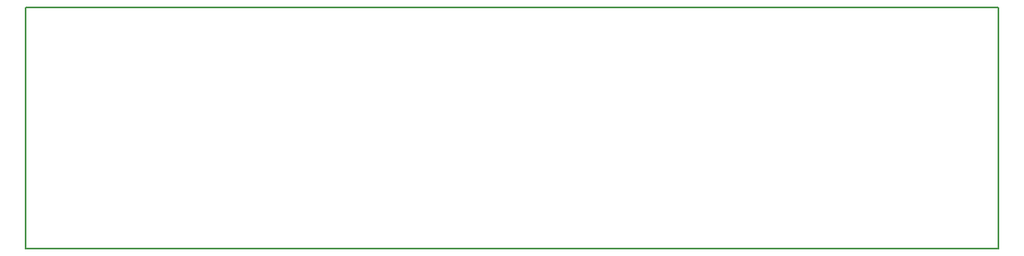
<source format=gbr>
G04 DipTrace 3.2.0.0*
G04 BottomSilk.gbr*
%MOMM*%
G04 #@! TF.FileFunction,Legend,Bot*
G04 #@! TF.Part,Single*
%ADD15C,0.2032*%
%FSLAX35Y35*%
G04*
G71*
G90*
G75*
G01*
G04 BotSilk*
%LPD*%
X10160Y2489200D2*
D15*
X9989820D1*
Y10160D1*
X10160D1*
Y2489200D1*
M02*

</source>
